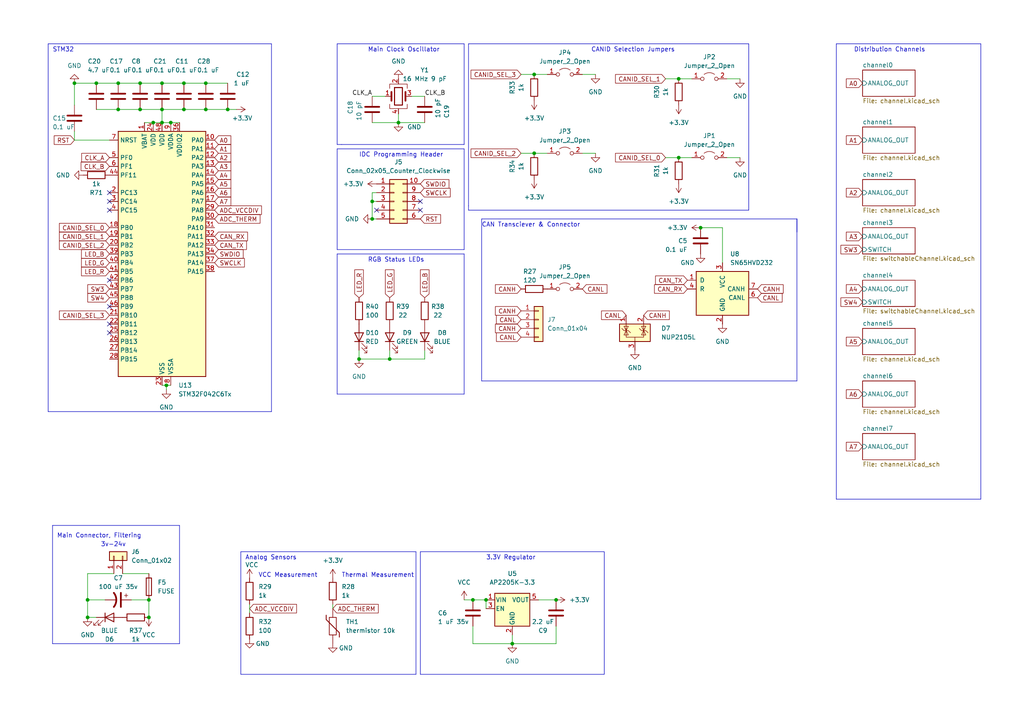
<source format=kicad_sch>
(kicad_sch (version 20230121) (generator eeschema)
  (paper "A4")
  (lib_symbols
    (symbol "Connector_Generic:Conn_01x02" (pin_names (offset 1.016) hide)
      (property "Reference" "J" (at 0 2.54 0))
      (property "Value" "Conn_01x02" (at 0 -5.08 0))
      (symbol "Conn_01x02_1_1"
        (rectangle (start -1.27 -2.413) (end 0 -2.667) (stroke (width 0.1524)))
        (rectangle (start -1.27 0.127) (end 0 -0.127) (stroke (width 0.1524)))
        (rectangle (start -1.27 1.27) (end 1.27 -3.81) (stroke (width 0.254)) (fill (type background)))
        (pin passive line (at -5.08 0 0) (length 3.81) (name "Pin_1") (number "1"))
        (pin passive line (at -5.08 -2.54 0) (length 3.81) (name "Pin_2") (number "2"))
      )
    )
    (symbol "Connector_Generic:Conn_01x04" (pin_names (offset 1.016) hide)
      (property "Reference" "J" (at 0 5.08 0))
      (property "Value" "Conn_01x04" (at 0 -7.62 0))
      (symbol "Conn_01x04_1_1"
        (rectangle (start -1.27 -4.953) (end 0 -5.207) (stroke (width 0.1524)))
        (rectangle (start -1.27 -2.413) (end 0 -2.667) (stroke (width 0.1524)))
        (rectangle (start -1.27 0.127) (end 0 -0.127) (stroke (width 0.1524)))
        (rectangle (start -1.27 2.667) (end 0 2.413) (stroke (width 0.1524)))
        (rectangle (start -1.27 3.81) (end 1.27 -6.35) (stroke (width 0.254)) (fill (type background)))
        (pin passive line (at -5.08 2.54 0) (length 3.81) (name "Pin_1") (number "1"))
        (pin passive line (at -5.08 0 0) (length 3.81) (name "Pin_2") (number "2"))
        (pin passive line (at -5.08 -2.54 0) (length 3.81) (name "Pin_3") (number "3"))
        (pin passive line (at -5.08 -5.08 0) (length 3.81) (name "Pin_4") (number "4"))
      )
    )
    (symbol "Connector_Generic:Conn_02x05_Counter_Clockwise" (pin_names (offset 1.016) hide)
      (property "Reference" "J" (at 1.27 7.62 0))
      (property "Value" "Conn_02x05_Counter_Clockwise" (at 1.27 -7.62 0))
      (symbol "Conn_02x05_Counter_Clockwise_1_1"
        (rectangle (start -1.27 -4.953) (end 0 -5.207) (stroke (width 0.1524)))
        (rectangle (start -1.27 -2.413) (end 0 -2.667) (stroke (width 0.1524)))
        (rectangle (start -1.27 0.127) (end 0 -0.127) (stroke (width 0.1524)))
        (rectangle (start -1.27 2.667) (end 0 2.413) (stroke (width 0.1524)))
        (rectangle (start -1.27 5.207) (end 0 4.953) (stroke (width 0.1524)))
        (rectangle (start -1.27 6.35) (end 3.81 -6.35) (stroke (width 0.254)) (fill (type background)))
        (rectangle (start 3.81 -4.953) (end 2.54 -5.207) (stroke (width 0.1524)))
        (rectangle (start 3.81 -2.413) (end 2.54 -2.667) (stroke (width 0.1524)))
        (rectangle (start 3.81 0.127) (end 2.54 -0.127) (stroke (width 0.1524)))
        (rectangle (start 3.81 2.667) (end 2.54 2.413) (stroke (width 0.1524)))
        (rectangle (start 3.81 5.207) (end 2.54 4.953) (stroke (width 0.1524)))
        (pin passive line (at -5.08 5.08 0) (length 3.81) (name "Pin_1") (number "1"))
        (pin passive line (at 7.62 5.08 180) (length 3.81) (name "Pin_10") (number "10"))
        (pin passive line (at -5.08 2.54 0) (length 3.81) (name "Pin_2") (number "2"))
        (pin passive line (at -5.08 0 0) (length 3.81) (name "Pin_3") (number "3"))
        (pin passive line (at -5.08 -2.54 0) (length 3.81) (name "Pin_4") (number "4"))
        (pin passive line (at -5.08 -5.08 0) (length 3.81) (name "Pin_5") (number "5"))
        (pin passive line (at 7.62 -5.08 180) (length 3.81) (name "Pin_6") (number "6"))
        (pin passive line (at 7.62 -2.54 180) (length 3.81) (name "Pin_7") (number "7"))
        (pin passive line (at 7.62 0 180) (length 3.81) (name "Pin_8") (number "8"))
        (pin passive line (at 7.62 2.54 180) (length 3.81) (name "Pin_9") (number "9"))
      )
    )
    (symbol "Device:C" (pin_numbers hide) (pin_names (offset 0.254))
      (property "Reference" "C" (at 0.635 2.54 0))
      (property "Value" "C" (at 0.635 -2.54 0))
      (symbol "C_0_1"
        (polyline (pts (xy -2.032 -0.762) (xy 2.032 -0.762)) (stroke (width 0.508)))
        (polyline (pts (xy -2.032 0.762) (xy 2.032 0.762)) (stroke (width 0.508)))
      )
      (symbol "C_1_1"
        (pin passive line (at 0 3.81 270) (length 2.794) (name "~") (number "1"))
        (pin passive line (at 0 -3.81 90) (length 2.794) (name "~") (number "2"))
      )
    )
    (symbol "Device:C_Polarized_US" (pin_numbers hide) (pin_names (offset 0.254) hide)
      (property "Reference" "C" (at 0.635 2.54 0))
      (property "Value" "C_Polarized_US" (at 0.635 -2.54 0))
      (symbol "C_Polarized_US_0_1"
        (polyline (pts (xy -2.032 0.762) (xy 2.032 0.762)) (stroke (width 0.508)))
        (polyline (pts (xy -1.778 2.286) (xy -0.762 2.286)))
        (polyline (pts (xy -1.27 1.778) (xy -1.27 2.794)))
        (arc (start 2.032 -1.27) (mid 0 -0.5572) (end -2.032 -1.27) (stroke (width 0.508)))
      )
      (symbol "C_Polarized_US_1_1"
        (pin passive line (at 0 3.81 270) (length 2.794) (name "~") (number "1"))
        (pin passive line (at 0 -3.81 90) (length 3.302) (name "~") (number "2"))
      )
    )
    (symbol "Device:Crystal_GND24" (pin_names (offset 1.016) hide)
      (property "Reference" "Y" (at 3.175 5.08 0))
      (property "Value" "Crystal_GND24" (at 3.175 3.175 0))
      (symbol "Crystal_GND24_0_1"
        (rectangle (start -1.143 2.54) (end 1.143 -2.54) (stroke (width 0.3048)))
        (polyline (pts (xy -2.54 0) (xy -2.032 0)))
        (polyline (pts (xy -2.032 -1.27) (xy -2.032 1.27)) (stroke (width 0.508)))
        (polyline (pts (xy 0 -3.81) (xy 0 -3.556)))
        (polyline (pts (xy 0 3.556) (xy 0 3.81)))
        (polyline (pts (xy 2.032 -1.27) (xy 2.032 1.27)) (stroke (width 0.508)))
        (polyline (pts (xy 2.032 0) (xy 2.54 0)))
        (polyline (pts (xy -2.54 -2.286) (xy -2.54 -3.556) (xy 2.54 -3.556) (xy 2.54 -2.286)))
        (polyline (pts (xy -2.54 2.286) (xy -2.54 3.556) (xy 2.54 3.556) (xy 2.54 2.286)))
      )
      (symbol "Crystal_GND24_1_1"
        (pin passive line (at -3.81 0 0) (length 1.27) (name "1") (number "1"))
        (pin passive line (at 0 5.08 270) (length 1.27) (name "2") (number "2"))
        (pin passive line (at 3.81 0 180) (length 1.27) (name "3") (number "3"))
        (pin passive line (at 0 -5.08 90) (length 1.27) (name "4") (number "4"))
      )
    )
    (symbol "Device:Fuse" (pin_numbers hide) (pin_names (offset 0))
      (property "Reference" "F" (at 2.032 0 90))
      (property "Value" "Fuse" (at -1.905 0 90))
      (symbol "Fuse_0_1"
        (rectangle (start -0.762 -2.54) (end 0.762 2.54) (stroke (width 0.254)))
        (polyline (pts (xy 0 2.54) (xy 0 -2.54)))
      )
      (symbol "Fuse_1_1"
        (pin passive line (at 0 3.81 270) (length 1.27) (name "~") (number "1"))
        (pin passive line (at 0 -3.81 90) (length 1.27) (name "~") (number "2"))
      )
    )
    (symbol "Device:LED" (pin_numbers hide) (pin_names (offset 1.016) hide)
      (property "Reference" "D" (at 0 2.54 0))
      (property "Value" "LED" (at 0 -2.54 0))
      (symbol "LED_0_1"
        (polyline (pts (xy -1.27 -1.27) (xy -1.27 1.27)) (stroke (width 0.254)))
        (polyline (pts (xy -1.27 0) (xy 1.27 0)))
        (polyline (pts (xy 1.27 -1.27) (xy 1.27 1.27) (xy -1.27 0) (xy 1.27 -1.27)) (stroke (width 0.254)))
        (polyline (pts (xy -3.048 -0.762) (xy -4.572 -2.286) (xy -3.81 -2.286) (xy -4.572 -2.286) (xy -4.572 -1.524)))
        (polyline (pts (xy -1.778 -0.762) (xy -3.302 -2.286) (xy -2.54 -2.286) (xy -3.302 -2.286) (xy -3.302 -1.524)))
      )
      (symbol "LED_1_1"
        (pin passive line (at -3.81 0 0) (length 2.54) (name "K") (number "1"))
        (pin passive line (at 3.81 0 180) (length 2.54) (name "A") (number "2"))
      )
    )
    (symbol "Device:R" (pin_numbers hide) (pin_names (offset 0))
      (property "Reference" "R" (at 2.032 0 90))
      (property "Value" "R" (at 0 0 90))
      (symbol "R_0_1"
        (rectangle (start -1.016 -2.54) (end 1.016 2.54) (stroke (width 0.254)))
      )
      (symbol "R_1_1"
        (pin passive line (at 0 3.81 270) (length 1.27) (name "~") (number "1"))
        (pin passive line (at 0 -3.81 90) (length 1.27) (name "~") (number "2"))
      )
    )
    (symbol "Device:Thermistor" (pin_numbers hide) (pin_names (offset 0))
      (property "Reference" "TH" (at 2.54 1.27 90))
      (property "Value" "Thermistor" (at -2.54 0 90))
      (symbol "Thermistor_0_1"
        (rectangle (start -1.016 2.54) (end 1.016 -2.54) (stroke (width 0.2032)))
        (polyline (pts (xy -1.905 3.175) (xy -1.905 1.905) (xy 1.905 -1.905) (xy 1.905 -3.175) (xy 1.905 -3.175)) (stroke (width 0.254)))
      )
      (symbol "Thermistor_1_1"
        (pin passive line (at 0 5.08 270) (length 2.54) (name "~") (number "1"))
        (pin passive line (at 0 -5.08 90) (length 2.54) (name "~") (number "2"))
      )
    )
    (symbol "Interface_CAN_LIN:SN65HVD232" (pin_names (offset 1.016))
      (property "Reference" "U" (at -2.54 10.16 0))
      (property "Value" "SN65HVD232" (at -2.54 7.62 0))
      (symbol "SN65HVD232_0_1"
        (rectangle (start -7.62 5.08) (end 7.62 -7.62) (stroke (width 0.254)) (fill (type background)))
      )
      (symbol "SN65HVD232_1_1"
        (pin input line (at -10.16 2.54 0) (length 2.54) (name "D") (number "1"))
        (pin power_in line (at 0 -10.16 90) (length 2.54) (name "GND") (number "2"))
        (pin power_in line (at 0 7.62 270) (length 2.54) (name "VCC") (number "3"))
        (pin output line (at -10.16 0 0) (length 2.54) (name "R") (number "4"))
        (pin no_connect line (at -7.62 -2.54 0) (length 2.54) hide (name "NC") (number "5"))
        (pin bidirectional line (at 10.16 -2.54 180) (length 2.54) (name "CANL") (number "6"))
        (pin bidirectional line (at 10.16 0 180) (length 2.54) (name "CANH") (number "7"))
        (pin no_connect line (at -7.62 -5.08 0) (length 2.54) hide (name "NC") (number "8"))
      )
    )
    (symbol "Jumper:Jumper_2_Open" (pin_names (offset 0) hide)
      (property "Reference" "JP" (at 0 2.794 0))
      (property "Value" "Jumper_2_Open" (at 0 -2.286 0))
      (symbol "Jumper_2_Open_0_0"
        (circle (center -2.032 0) (radius 0.508))
        (circle (center 2.032 0) (radius 0.508))
      )
      (symbol "Jumper_2_Open_0_1"
        (arc (start 1.524 1.27) (mid 0 1.778) (end -1.524 1.27))
      )
      (symbol "Jumper_2_Open_1_1"
        (pin passive line (at -5.08 0 0) (length 2.54) (name "A") (number "1"))
        (pin passive line (at 5.08 0 180) (length 2.54) (name "B") (number "2"))
      )
    )
    (symbol "MCU_ST_STM32F0:STM32F042C6Tx"
      (property "Reference" "U" (at -12.7 36.83 0))
      (property "Value" "STM32F042C6Tx" (at 7.62 36.83 0))
      (symbol "STM32F042C6Tx_0_1"
        (rectangle (start -12.7 -35.56) (end 12.7 35.56) (stroke (width 0.254)) (fill (type background)))
      )
      (symbol "STM32F042C6Tx_1_1"
        (pin power_in line (at -5.08 38.1 270) (length 2.54) (name "VBAT") (number "1"))
        (pin bidirectional line (at 15.24 33.02 180) (length 2.54) (name "PA0") (number "10"))
        (pin bidirectional line (at 15.24 30.48 180) (length 2.54) (name "PA1") (number "11"))
        (pin bidirectional line (at 15.24 27.94 180) (length 2.54) (name "PA2") (number "12"))
        (pin bidirectional line (at 15.24 25.4 180) (length 2.54) (name "PA3") (number "13"))
        (pin bidirectional line (at 15.24 22.86 180) (length 2.54) (name "PA4") (number "14"))
        (pin bidirectional line (at 15.24 20.32 180) (length 2.54) (name "PA5") (number "15"))
        (pin bidirectional line (at 15.24 17.78 180) (length 2.54) (name "PA6") (number "16"))
        (pin bidirectional line (at 15.24 15.24 180) (length 2.54) (name "PA7") (number "17"))
        (pin bidirectional line (at -15.24 7.62 0) (length 2.54) (name "PB0") (number "18"))
        (pin bidirectional line (at -15.24 5.08 0) (length 2.54) (name "PB1") (number "19"))
        (pin bidirectional line (at -15.24 17.78 0) (length 2.54) (name "PC13") (number "2"))
        (pin bidirectional line (at -15.24 2.54 0) (length 2.54) (name "PB2") (number "20"))
        (pin bidirectional line (at -15.24 -17.78 0) (length 2.54) (name "PB10") (number "21"))
        (pin bidirectional line (at -15.24 -20.32 0) (length 2.54) (name "PB11") (number "22"))
        (pin power_in line (at 0 -38.1 90) (length 2.54) (name "VSS") (number "23"))
        (pin power_in line (at -2.54 38.1 270) (length 2.54) (name "VDD") (number "24"))
        (pin bidirectional line (at -15.24 -22.86 0) (length 2.54) (name "PB12") (number "25"))
        (pin bidirectional line (at -15.24 -25.4 0) (length 2.54) (name "PB13") (number "26"))
        (pin bidirectional line (at -15.24 -27.94 0) (length 2.54) (name "PB14") (number "27"))
        (pin bidirectional line (at -15.24 -30.48 0) (length 2.54) (name "PB15") (number "28"))
        (pin bidirectional line (at 15.24 12.7 180) (length 2.54) (name "PA8") (number "29"))
        (pin bidirectional line (at -15.24 15.24 0) (length 2.54) (name "PC14") (number "3"))
        (pin bidirectional line (at 15.24 10.16 180) (length 2.54) (name "PA9") (number "30"))
        (pin bidirectional line (at 15.24 7.62 180) (length 2.54) (name "PA10") (number "31"))
        (pin bidirectional line (at 15.24 5.08 180) (length 2.54) (name "PA11") (number "32"))
        (pin bidirectional line (at 15.24 2.54 180) (length 2.54) (name "PA12") (number "33"))
        (pin bidirectional line (at 15.24 0 180) (length 2.54) (name "PA13") (number "34"))
        (pin passive line (at 0 -38.1 90) (length 2.54) hide (name "VSS") (number "35"))
        (pin power_in line (at 5.08 38.1 270) (length 2.54) (name "VDDIO2") (number "36"))
        (pin bidirectional line (at 15.24 -2.54 180) (length 2.54) (name "PA14") (number "37"))
        (pin bidirectional line (at 15.24 -5.08 180) (length 2.54) (name "PA15") (number "38"))
        (pin bidirectional line (at -15.24 0 0) (length 2.54) (name "PB3") (number "39"))
        (pin bidirectional line (at -15.24 12.7 0) (length 2.54) (name "PC15") (number "4"))
        (pin bidirectional line (at -15.24 -2.54 0) (length 2.54) (name "PB4") (number "40"))
        (pin bidirectional line (at -15.24 -5.08 0) (length 2.54) (name "PB5") (number "41"))
        (pin bidirectional line (at -15.24 -7.62 0) (length 2.54) (name "PB6") (number "42"))
        (pin bidirectional line (at -15.24 -10.16 0) (length 2.54) (name "PB7") (number "43"))
        (pin bidirectional line (at -15.24 22.86 0) (length 2.54) (name "PF11") (number "44"))
        (pin bidirectional line (at -15.24 -12.7 0) (length 2.54) (name "PB8") (number "45"))
        (pin bidirectional line (at -15.24 -15.24 0) (length 2.54) (name "PB9") (number "46"))
        (pin passive line (at 0 -38.1 90) (length 2.54) hide (name "VSS") (number "47"))
        (pin power_in line (at 0 38.1 270) (length 2.54) (name "VDD") (number "48"))
        (pin bidirectional line (at -15.24 27.94 0) (length 2.54) (name "PF0") (number "5"))
        (pin bidirectional line (at -15.24 25.4 0) (length 2.54) (name "PF1") (number "6"))
        (pin input line (at -15.24 33.02 0) (length 2.54) (name "NRST") (number "7"))
        (pin power_in line (at 2.54 -38.1 90) (length 2.54) (name "VSSA") (number "8"))
        (pin power_in line (at 2.54 38.1 270) (length 2.54) (name "VDDA") (number "9"))
      )
    )
    (symbol "Power_Protection:NUP2105L" (pin_names hide)
      (property "Reference" "D" (at 5.715 2.54 0))
      (property "Value" "NUP2105L" (at 5.715 0.635 0))
      (symbol "NUP2105L_0_0"
        (pin passive line (at 0 -5.08 90) (length 2.54) (name "A") (number "3"))
      )
      (symbol "NUP2105L_0_1"
        (rectangle (start -4.445 2.54) (end 4.445 -2.54) (stroke (width 0.254)) (fill (type background)))
        (polyline (pts (xy -2.54 2.54) (xy -2.54 0.635)))
        (polyline (pts (xy 0 -1.27) (xy 0 -2.54)))
        (polyline (pts (xy 2.54 2.54) (xy 2.54 0.635)))
        (polyline (pts (xy -3.81 1.27) (xy -3.175 0.635) (xy -1.905 0.635) (xy -1.27 0)))
        (polyline (pts (xy -2.54 0.635) (xy -2.54 -1.27) (xy 2.54 -1.27) (xy 2.54 0.635)))
        (polyline (pts (xy -2.54 0.635) (xy -1.905 -0.635) (xy -3.175 -0.635) (xy -2.54 0.635)))
        (polyline (pts (xy 2.54 0.635) (xy 1.905 -0.635) (xy 3.175 -0.635) (xy 2.54 0.635)))
        (polyline (pts (xy 2.54 0.635) (xy 3.175 1.905) (xy 1.905 1.905) (xy 2.54 0.635)))
        (polyline (pts (xy -2.54 0.635) (xy -3.175 1.905) (xy -1.905 1.905) (xy -2.54 0.635) (xy -2.54 1.27)))
        (polyline (pts (xy 1.27 1.27) (xy 1.905 0.635) (xy 2.54 0.635) (xy 3.175 0.635) (xy 3.81 0)))
      )
      (symbol "NUP2105L_1_1"
        (pin passive line (at -2.54 5.08 270) (length 2.54) (name "K") (number "1"))
        (pin passive line (at 2.54 5.08 270) (length 2.54) (name "K") (number "2"))
      )
    )
    (symbol "Regulator_Linear:AP2204K-3.3" (pin_names (offset 0.254))
      (property "Reference" "U" (at -5.08 5.715 0))
      (property "Value" "AP2204K-3.3" (at 0 5.715 0))
      (symbol "AP2204K-3.3_0_1"
        (rectangle (start -5.08 4.445) (end 5.08 -5.08) (stroke (width 0.254)) (fill (type background)))
      )
      (symbol "AP2204K-3.3_1_1"
        (pin power_in line (at -7.62 2.54 0) (length 2.54) (name "VIN") (number "1"))
        (pin power_in line (at 0 -7.62 90) (length 2.54) (name "GND") (number "2"))
        (pin input line (at -7.62 0 0) (length 2.54) (name "EN") (number "3"))
        (pin no_connect line (at 5.08 0 180) (length 2.54) hide (name "NC") (number "4"))
        (pin power_out line (at 7.62 2.54 180) (length 2.54) (name "VOUT") (number "5"))
      )
    )
    (symbol "power:+3.3V" (power) (pin_names (offset 0))
      (property "Value" "+3.3V" (at 0 3.556 0))
      (symbol "+3.3V_0_1"
        (polyline (pts (xy -0.762 1.27) (xy 0 2.54)))
        (polyline (pts (xy 0 0) (xy 0 2.54)))
        (polyline (pts (xy 0 2.54) (xy 0.762 1.27)))
      )
      (symbol "+3.3V_1_1"
        (pin power_in line (at 0 0 90) (length 0) hide (name "+3.3V") (number "1"))
      )
    )
    (symbol "power:GND" (power) (pin_names (offset 0))
      (property "Value" "GND" (at 0 -3.81 0))
      (symbol "GND_0_1"
        (polyline (pts (xy 0 0) (xy 0 -1.27) (xy 1.27 -1.27) (xy 0 -2.54) (xy -1.27 -1.27) (xy 0 -1.27)))
      )
      (symbol "GND_1_1"
        (pin power_in line (at 0 0 270) (length 0) hide (name "GND") (number "1"))
      )
    )
    (symbol "power:VCC" (power) (pin_names (offset 0))
      (property "Value" "VCC" (at 0 3.81 0))
      (symbol "VCC_0_1"
        (polyline (pts (xy -0.762 1.27) (xy 0 2.54)))
        (polyline (pts (xy 0 0) (xy 0 2.54)))
        (polyline (pts (xy 0 2.54) (xy 0.762 1.27)))
      )
      (symbol "VCC_1_1"
        (pin power_in line (at 0 0 90) (length 0) hide (name "VCC") (number "1"))
      )
    )
  )
  (junction (at 43.18 173.99))
  (junction (at 48.26 111.76))
  (junction (at 25.4 173.99))
  (junction (at 140.97 173.99))
  (junction (at 107.95 63.5))
  (junction (at 154.94 44.45))
  (junction (at 21.59 24.13))
  (junction (at 46.99 31.75))
  (junction (at 53.34 31.75))
  (junction (at 154.94 21.59))
  (junction (at 49.53 35.56))
  (junction (at 27.94 24.13))
  (junction (at 203.2 66.04))
  (junction (at 115.57 35.56))
  (junction (at 59.69 31.75))
  (junction (at 40.64 31.75))
  (junction (at 46.99 35.56))
  (junction (at 34.29 31.75))
  (junction (at 137.16 173.99))
  (junction (at 161.29 173.99))
  (junction (at 196.85 22.86))
  (junction (at 40.64 24.13))
  (junction (at 25.4 179.07))
  (junction (at 53.34 24.13))
  (junction (at 66.04 31.75))
  (junction (at 44.45 35.56))
  (junction (at 196.85 45.72))
  (junction (at 148.59 186.69))
  (junction (at 43.18 179.07))
  (junction (at 107.95 58.42))
  (junction (at 59.69 24.13))
  (junction (at 104.14 104.14))
  (junction (at 46.99 24.13))
  (junction (at 34.29 24.13))
  (junction (at 113.03 104.14))
  (no_connect (at 31.75 55.88))
  (no_connect (at 121.92 58.42))
  (no_connect (at 109.22 60.96))
  (no_connect (at 121.92 60.96))
  (no_connect (at 31.75 81.28))
  (no_connect (at 31.75 96.52))
  (no_connect (at 31.75 88.9))
  (no_connect (at 31.75 93.98))
  (no_connect (at 31.75 58.42))
  (no_connect (at 31.75 60.96))
  (polyline (pts (xy 97.79 72.39) (xy 134.62 72.39)))
  (wire (pts (xy 21.59 40.64) (xy 31.75 40.64)))
  (wire (pts (xy 109.22 55.88) (xy 107.95 55.88)))
  (polyline (pts (xy 97.79 41.91) (xy 99.06 41.91)))
  (wire (pts (xy 49.53 35.56) (xy 52.07 35.56)))
  (wire (pts (xy 210.82 45.72) (xy 214.63 45.72)))
  (wire (pts (xy 48.26 111.76) (xy 48.26 113.03)))
  (wire (pts (xy 25.4 166.37) (xy 33.02 166.37)))
  (polyline (pts (xy 52.07 152.4) (xy 15.24 152.4)))
  (wire (pts (xy 210.82 22.86) (xy 214.63 22.86)))
  (wire (pts (xy 46.99 31.75) (xy 40.64 31.75)))
  (wire (pts (xy 30.48 173.99) (xy 25.4 173.99)))
  (polyline (pts (xy 69.85 195.58) (xy 120.65 195.58)))
  (wire (pts (xy 43.18 173.99) (xy 43.18 179.07)))
  (polyline (pts (xy 134.62 41.91) (xy 134.62 12.7)))
  (polyline (pts (xy 15.24 152.4) (xy 15.24 186.69)))
  (wire (pts (xy 137.16 173.99) (xy 140.97 173.99)))
  (polyline (pts (xy 97.79 12.7) (xy 97.79 41.91)))
  (polyline (pts (xy 134.62 73.66) (xy 97.79 73.66)))
  (wire (pts (xy 115.57 35.56) (xy 123.19 35.56)))
  (wire (pts (xy 104.14 104.14) (xy 113.03 104.14)))
  (wire (pts (xy 59.69 24.13) (xy 66.04 24.13)))
  (wire (pts (xy 40.64 31.75) (xy 34.29 31.75)))
  (wire (pts (xy 193.04 45.72) (xy 196.85 45.72)))
  (polyline (pts (xy 134.62 12.7) (xy 97.79 12.7)))
  (wire (pts (xy 168.91 44.45) (xy 172.72 44.45)))
  (wire (pts (xy 35.56 166.37) (xy 43.18 166.37)))
  (polyline (pts (xy 97.79 73.66) (xy 97.79 114.3)))
  (wire (pts (xy 119.38 27.94) (xy 123.19 27.94)))
  (wire (pts (xy 53.34 31.75) (xy 46.99 31.75)))
  (polyline (pts (xy 52.07 186.69) (xy 52.07 152.4)))
  (wire (pts (xy 104.14 104.14) (xy 104.14 101.6)))
  (polyline (pts (xy 121.92 195.58) (xy 175.26 195.58)))
  (polyline (pts (xy 13.97 119.38) (xy 78.74 119.38)))
  (polyline (pts (xy 217.17 60.96) (xy 135.89 60.96)))
  (wire (pts (xy 107.95 27.94) (xy 111.76 27.94)))
  (wire (pts (xy 154.94 21.59) (xy 158.75 21.59)))
  (wire (pts (xy 148.59 184.15) (xy 148.59 186.69)))
  (wire (pts (xy 151.13 21.59) (xy 154.94 21.59)))
  (polyline (pts (xy 13.97 12.7) (xy 13.97 119.38)))
  (polyline (pts (xy 15.24 186.69) (xy 52.07 186.69)))
  (wire (pts (xy 193.04 22.86) (xy 196.85 22.86)))
  (wire (pts (xy 107.95 35.56) (xy 115.57 35.56)))
  (wire (pts (xy 43.18 173.99) (xy 38.1 173.99)))
  (wire (pts (xy 25.4 179.07) (xy 27.94 179.07)))
  (polyline (pts (xy 175.26 195.58) (xy 175.26 160.02)))
  (wire (pts (xy 53.34 24.13) (xy 59.69 24.13)))
  (wire (pts (xy 209.55 76.2) (xy 209.55 66.04)))
  (wire (pts (xy 113.03 104.14) (xy 123.19 104.14)))
  (wire (pts (xy 113.03 101.6) (xy 113.03 104.14)))
  (wire (pts (xy 25.4 166.37) (xy 25.4 173.99)))
  (polyline (pts (xy 134.62 114.3) (xy 134.62 73.66)))
  (polyline (pts (xy 135.89 59.69) (xy 135.89 12.7)))
  (wire (pts (xy 40.64 24.13) (xy 46.99 24.13)))
  (polyline (pts (xy 134.62 72.39) (xy 134.62 43.18)))
  (wire (pts (xy 168.91 21.59) (xy 172.72 21.59)))
  (wire (pts (xy 137.16 181.61) (xy 137.16 186.69)))
  (polyline (pts (xy 175.26 160.02) (xy 121.92 160.02)))
  (wire (pts (xy 25.4 173.99) (xy 25.4 179.07)))
  (polyline (pts (xy 121.92 160.02) (xy 121.92 195.58)))
  (polyline (pts (xy 120.65 195.58) (xy 120.65 160.02)))
  (wire (pts (xy 46.99 31.75) (xy 46.99 35.56)))
  (polyline (pts (xy 284.48 12.7) (xy 242.57 12.7)))
  (polyline (pts (xy 139.7 110.49) (xy 231.14 110.49)))
  (wire (pts (xy 44.45 35.56) (xy 46.99 35.56)))
  (wire (pts (xy 134.62 173.99) (xy 137.16 173.99)))
  (wire (pts (xy 196.85 45.72) (xy 200.66 45.72)))
  (polyline (pts (xy 69.85 160.02) (xy 69.85 195.58)))
  (polyline (pts (xy 242.57 144.78) (xy 284.48 144.78)))
  (wire (pts (xy 151.13 44.45) (xy 154.94 44.45)))
  (wire (pts (xy 161.29 186.69) (xy 161.29 181.61)))
  (wire (pts (xy 53.34 31.75) (xy 59.69 31.75)))
  (polyline (pts (xy 97.79 114.3) (xy 134.62 114.3)))
  (polyline (pts (xy 242.57 12.7) (xy 242.57 144.78)))
  (wire (pts (xy 196.85 22.86) (xy 200.66 22.86)))
  (wire (pts (xy 96.52 175.26) (xy 96.52 176.53)))
  (polyline (pts (xy 231.14 63.5) (xy 139.7 63.5)))
  (polyline (pts (xy 97.79 43.18) (xy 97.79 72.39)))
  (wire (pts (xy 154.94 44.45) (xy 158.75 44.45)))
  (polyline (pts (xy 139.7 63.5) (xy 139.7 110.49)))
  (wire (pts (xy 72.39 175.26) (xy 72.39 177.8)))
  (polyline (pts (xy 231.14 110.49) (xy 231.14 63.5)))
  (polyline (pts (xy 231.14 63.5) (xy 231.14 67.31)))
  (wire (pts (xy 21.59 38.1) (xy 21.59 40.64)))
  (wire (pts (xy 148.59 186.69) (xy 161.29 186.69)))
  (wire (pts (xy 209.55 66.04) (xy 203.2 66.04)))
  (wire (pts (xy 27.94 31.75) (xy 34.29 31.75)))
  (wire (pts (xy 59.69 31.75) (xy 66.04 31.75)))
  (wire (pts (xy 107.95 58.42) (xy 107.95 63.5)))
  (wire (pts (xy 123.19 104.14) (xy 123.19 101.6)))
  (wire (pts (xy 27.94 24.13) (xy 34.29 24.13)))
  (wire (pts (xy 115.57 35.56) (xy 115.57 33.02)))
  (polyline (pts (xy 13.97 12.7) (xy 78.74 12.7)))
  (wire (pts (xy 107.95 55.88) (xy 107.95 58.42)))
  (polyline (pts (xy 135.89 12.7) (xy 217.17 12.7)))
  (wire (pts (xy 137.16 186.69) (xy 148.59 186.69)))
  (wire (pts (xy 46.99 35.56) (xy 49.53 35.56)))
  (polyline (pts (xy 134.62 43.18) (xy 97.79 43.18)))
  (wire (pts (xy 34.29 24.13) (xy 40.64 24.13)))
  (wire (pts (xy 41.91 35.56) (xy 44.45 35.56)))
  (wire (pts (xy 21.59 24.13) (xy 27.94 24.13)))
  (wire (pts (xy 140.97 173.99) (xy 140.97 176.53)))
  (wire (pts (xy 46.99 24.13) (xy 53.34 24.13)))
  (wire (pts (xy 68.58 31.75) (xy 66.04 31.75)))
  (wire (pts (xy 107.95 63.5) (xy 109.22 63.5)))
  (polyline (pts (xy 284.48 144.78) (xy 284.48 12.7)))
  (wire (pts (xy 48.26 111.76) (xy 49.53 111.76)))
  (wire (pts (xy 21.59 24.13) (xy 21.59 30.48)))
  (wire (pts (xy 156.21 173.99) (xy 161.29 173.99)))
  (polyline (pts (xy 135.89 59.69) (xy 135.89 60.96)))
  (polyline (pts (xy 78.74 119.38) (xy 78.74 12.7)))
  (polyline (pts (xy 120.65 160.02) (xy 69.85 160.02)))
  (polyline (pts (xy 217.17 12.7) (xy 217.17 60.96)))
  (polyline (pts (xy 99.06 41.91) (xy 134.62 41.91)))
  (wire (pts (xy 46.99 111.76) (xy 48.26 111.76)))
  (wire (pts (xy 107.95 58.42) (xy 109.22 58.42)))
  (text "RGB Status LEDs" (at 106.68 76.2 0) (effects (font (size 1.27 1.27)) (justify left bottom)))
  (text "IDC Programming Header" (at 104.14 45.72 0) (effects (font (size 1.27 1.27)) (justify left bottom)))
  (text "3v-24v" (at 29.21 158.75 0) (effects (font (size 1.27 1.27)) (justify left bottom)))
  (text "Main Connector, Filtering" (at 16.51 156.21 0) (effects (font (size 1.27 1.27)) (justify left bottom)))
  (text "Thermal Measurement" (at 99.06 167.64 0) (effects (font (size 1.27 1.27)) (justify left bottom)))
  (text "Main Clock Oscillator" (at 106.68 15.24 0) (effects (font (size 1.27 1.27)) (justify left bottom)))
  (text "CAN Transciever & Connector" (at 139.7 66.04 0) (effects (font (size 1.27 1.27)) (justify left bottom)))
  (text "Analog Sensors" (at 71.12 162.56 0) (effects (font (size 1.27 1.27)) (justify left bottom)))
  (text "STM32" (at 15.24 15.24 0) (effects (font (size 1.27 1.27)) (justify left bottom)))
  (text "VCC Measurement" (at 74.93 167.64 0) (effects (font (size 1.27 1.27)) (justify left bottom)))
  (text "Distribution Channels" (at 247.65 15.24 0) (effects (font (size 1.27 1.27)) (justify left bottom)))
  (text "CANID Selection Jumpers" (at 171.45 15.24 0) (effects (font (size 1.27 1.27)) (justify left bottom)))
  (text "3.3V Regulator" (at 140.97 162.56 0) (effects (font (size 1.27 1.27)) (justify left bottom)))
  (label "CLK_A" (at 107.95 27.94 180))
  (label "CLK_B" (at 123.19 27.94 0))
  (global_label "A0" (shape input) (at 250.19 24.13 180) (property "Intersheetrefs" "${INTERSHEET_REFS}" (effects hide)))
  (global_label "CANID_SEL_1" (shape input) (at 193.04 22.86 180) (property "Intersheetrefs" "${INTERSHEET_REFS}" (effects hide)))
  (global_label "A4" (shape input) (at 250.19 83.82 180) (property "Intersheetrefs" "${INTERSHEET_REFS}" (effects hide)))
  (global_label "LED_B" (shape input) (at 123.19 86.36 90) (property "Intersheetrefs" "${INTERSHEET_REFS}" (effects hide)))
  (global_label "CLK_A" (shape input) (at 31.75 45.72 180) (property "Intersheetrefs" "${INTERSHEET_REFS}" (effects hide)))
  (global_label "A6" (shape input) (at 250.19 114.3 180) (property "Intersheetrefs" "${INTERSHEET_REFS}" (effects hide)))
  (global_label "CANL" (shape input) (at 181.61 91.44 180) (property "Intersheetrefs" "${INTERSHEET_REFS}" (effects hide)))
  (global_label "CANID_SEL_0" (shape input) (at 31.75 66.04 180) (property "Intersheetrefs" "${INTERSHEET_REFS}" (effects hide)))
  (global_label "A1" (shape input) (at 250.19 40.64 180) (property "Intersheetrefs" "${INTERSHEET_REFS}" (effects hide)))
  (global_label "CANID_SEL_2" (shape input) (at 31.75 71.12 180) (property "Intersheetrefs" "${INTERSHEET_REFS}" (effects hide)))
  (global_label "LED_G" (shape input) (at 31.75 76.2 180) (property "Intersheetrefs" "${INTERSHEET_REFS}" (effects hide)))
  (global_label "SWDIO" (shape input) (at 62.23 73.66 0) (property "Intersheetrefs" "${INTERSHEET_REFS}" (effects hide)))
  (global_label "A3" (shape input) (at 250.19 68.58 180) (property "Intersheetrefs" "${INTERSHEET_REFS}" (effects hide)))
  (global_label "A7" (shape input) (at 250.19 129.54 180) (property "Intersheetrefs" "${INTERSHEET_REFS}" (effects hide)))
  (global_label "CANID_SEL_3" (shape input) (at 151.13 21.59 180) (property "Intersheetrefs" "${INTERSHEET_REFS}" (effects hide)))
  (global_label "CAN_RX" (shape input) (at 62.23 68.58 0) (property "Intersheetrefs" "${INTERSHEET_REFS}" (effects hide)))
  (global_label "CANH" (shape input) (at 151.13 83.82 180) (property "Intersheetrefs" "${INTERSHEET_REFS}" (effects hide)))
  (global_label "SW3" (shape input) (at 250.19 72.39 180) (property "Intersheetrefs" "${INTERSHEET_REFS}" (effects hide)))
  (global_label "SWCLK" (shape input) (at 121.92 55.88 0) (property "Intersheetrefs" "${INTERSHEET_REFS}" (effects hide)))
  (global_label "CANL" (shape input) (at 151.13 92.71 180) (property "Intersheetrefs" "${INTERSHEET_REFS}" (effects hide)))
  (global_label "CANL" (shape input) (at 168.91 83.82 0) (property "Intersheetrefs" "${INTERSHEET_REFS}" (effects hide)))
  (global_label "A5" (shape input) (at 62.23 53.34 0) (property "Intersheetrefs" "${INTERSHEET_REFS}" (effects hide)))
  (global_label "A1" (shape input) (at 62.23 43.18 0) (property "Intersheetrefs" "${INTERSHEET_REFS}" (effects hide)))
  (global_label "ADC_VCCDIV" (shape input) (at 62.23 60.96 0) (property "Intersheetrefs" "${INTERSHEET_REFS}" (effects hide)))
  (global_label "RST" (shape input) (at 21.59 40.64 180) (property "Intersheetrefs" "${INTERSHEET_REFS}" (effects hide)))
  (global_label "CANL" (shape input) (at 219.71 86.36 0) (property "Intersheetrefs" "${INTERSHEET_REFS}" (effects hide)))
  (global_label "CANID_SEL_0" (shape input) (at 193.04 45.72 180) (property "Intersheetrefs" "${INTERSHEET_REFS}" (effects hide)))
  (global_label "CANH" (shape input) (at 219.71 83.82 0) (property "Intersheetrefs" "${INTERSHEET_REFS}" (effects hide)))
  (global_label "A4" (shape input) (at 62.23 50.8 0) (property "Intersheetrefs" "${INTERSHEET_REFS}" (effects hide)))
  (global_label "CANH" (shape input) (at 151.13 90.17 180) (property "Intersheetrefs" "${INTERSHEET_REFS}" (effects hide)))
  (global_label "LED_R" (shape input) (at 31.75 78.74 180) (property "Intersheetrefs" "${INTERSHEET_REFS}" (effects hide)))
  (global_label "A2" (shape input) (at 62.23 45.72 0) (property "Intersheetrefs" "${INTERSHEET_REFS}" (effects hide)))
  (global_label "CANID_SEL_1" (shape input) (at 31.75 68.58 180) (property "Intersheetrefs" "${INTERSHEET_REFS}" (effects hide)))
  (global_label "CANID_SEL_3" (shape input) (at 31.75 91.44 180) (property "Intersheetrefs" "${INTERSHEET_REFS}" (effects hide)))
  (global_label "RST" (shape input) (at 121.92 63.5 0) (property "Intersheetrefs" "${INTERSHEET_REFS}" (effects hide)))
  (global_label "A0" (shape input) (at 62.23 40.64 0) (property "Intersheetrefs" "${INTERSHEET_REFS}" (effects hide)))
  (global_label "CAN_RX" (shape input) (at 199.39 83.82 180) (property "Intersheetrefs" "${INTERSHEET_REFS}" (effects hide)))
  (global_label "A6" (shape input) (at 62.23 55.88 0) (property "Intersheetrefs" "${INTERSHEET_REFS}" (effects hide)))
  (global_label "CANH" (shape input) (at 151.13 95.25 180) (property "Intersheetrefs" "${INTERSHEET_REFS}" (effects hide)))
  (global_label "ADC_VCCDIV" (shape input) (at 72.39 176.53 0) (property "Intersheetrefs" "${INTERSHEET_REFS}" (effects hide)))
  (global_label "LED_G" (shape input) (at 113.03 86.36 90) (property "Intersheetrefs" "${INTERSHEET_REFS}" (effects hide)))
  (global_label "CAN_TX" (shape input) (at 199.39 81.28 180) (property "Intersheetrefs" "${INTERSHEET_REFS}" (effects hide)))
  (global_label "CLK_B" (shape input) (at 31.75 48.26 180) (property "Intersheetrefs" "${INTERSHEET_REFS}" (effects hide)))
  (global_label "SW4" (shape input) (at 31.75 86.36 180) (property "Intersheetrefs" "${INTERSHEET_REFS}" (effects hide)))
  (global_label "LED_B" (shape input) (at 31.75 73.66 180) (property "Intersheetrefs" "${INTERSHEET_REFS}" (effects hide)))
  (global_label "SW4" (shape input) (at 250.19 87.63 180) (property "Intersheetrefs" "${INTERSHEET_REFS}" (effects hide)))
  (global_label "SWCLK" (shape input) (at 62.23 76.2 0) (property "Intersheetrefs" "${INTERSHEET_REFS}" (effects hide)))
  (global_label "CANH" (shape input) (at 186.69 91.44 0) (property "Intersheetrefs" "${INTERSHEET_REFS}" (effects hide)))
  (global_label "LED_R" (shape input) (at 104.14 86.36 90) (property "Intersheetrefs" "${INTERSHEET_REFS}" (effects hide)))
  (global_label "CAN_TX" (shape input) (at 62.23 71.12 0) (property "Intersheetrefs" "${INTERSHEET_REFS}" (effects hide)))
  (global_label "CANID_SEL_2" (shape input) (at 151.13 44.45 180) (property "Intersheetrefs" "${INTERSHEET_REFS}" (effects hide)))
  (global_label "ADC_THERM" (shape input) (at 96.52 176.53 0) (property "Intersheetrefs" "${INTERSHEET_REFS}" (effects hide)))
  (global_label "SW3" (shape input) (at 31.75 83.82 180) (property "Intersheetrefs" "${INTERSHEET_REFS}" (effects hide)))
  (global_label "CANL" (shape input) (at 151.13 97.79 180) (property "Intersheetrefs" "${INTERSHEET_REFS}" (effects hide)))
  (global_label "SWDIO" (shape input) (at 121.92 53.34 0) (property "Intersheetrefs" "${INTERSHEET_REFS}" (effects hide)))
  (global_label "ADC_THERM" (shape input) (at 62.23 63.5 0) (property "Intersheetrefs" "${INTERSHEET_REFS}" (effects hide)))
  (global_label "A3" (shape input) (at 62.23 48.26 0) (property "Intersheetrefs" "${INTERSHEET_REFS}" (effects hide)))
  (global_label "A5" (shape input) (at 250.19 99.06 180) (property "Intersheetrefs" "${INTERSHEET_REFS}" (effects hide)))
  (global_label "A2" (shape input) (at 250.19 55.88 180) (property "Intersheetrefs" "${INTERSHEET_REFS}" (effects hide)))
  (global_label "A7" (shape input) (at 62.23 58.42 0) (property "Intersheetrefs" "${INTERSHEET_REFS}" (effects hide)))
  (symbol (lib_id "Device:R") (at 113.03 90.17 0) (unit 1)
    (property "Reference" "R39" (at 116.84 88.9 0))
    (property "Value" "22" (at 116.84 91.44 0))
    (property "Footprint" "Resistor_SMD:R_0402_1005Metric" (effects hide))
  )
  (symbol (lib_id "Device:C") (at 137.16 177.8 0) (unit 1)
    (property "Reference" "C6" (at 127 177.8 0) (effects (justify left)))
    (property "Value" "1 uF 35v" (at 127 180.34 0) (effects (justify left)))
    (property "Footprint" "Capacitor_SMD:C_0603_1608Metric" (effects hide))
  )
  (symbol (lib_id "power:+3.3V") (at 154.94 52.07 180) (unit 1)
    (property "Reference" "#PWR05" (effects hide))
    (property "Value" "+3.3V" (at 154.94 57.15 0))
  )
  (symbol (lib_id "power:GND") (at 115.57 22.86 180) (unit 1)
    (property "Reference" "#PWR020" (effects hide))
    (property "Value" "GND" (at 115.57 17.78 0))
  )
  (symbol (lib_id "Device:R") (at 104.14 90.17 0) (unit 1)
    (property "Reference" "R40" (at 107.95 88.9 0))
    (property "Value" "100" (at 107.95 91.44 0))
    (property "Footprint" "Resistor_SMD:R_0402_1005Metric" (effects hide))
  )
  (symbol (lib_id "power:GND") (at 107.95 63.5 270) (unit 1)
    (property "Reference" "#PWR0103" (effects hide))
    (property "Value" "GND" (at 104.14 63.4999 90) (effects (justify right)))
  )
  (symbol (lib_id "Jumper:Jumper_2_Open") (at 163.83 21.59 0) (unit 1)
    (property "Reference" "JP4" (at 163.83 15.24 0))
    (property "Value" "Jumper_2_Open" (at 163.83 17.78 0))
    (property "Footprint" "Jumper:SolderJumper-2_P1.3mm_Open_TrianglePad1.0x1.5mm" (effects hide))
  )
  (symbol (lib_id "power:GND") (at 25.4 179.07 0) (unit 1)
    (property "Reference" "#PWR029" (effects hide))
    (property "Value" "GND" (at 25.4 184.15 0))
  )
  (symbol (lib_id "Device:C") (at 59.69 27.94 0) (unit 1)
    (property "Reference" "C28" (at 57.15 17.78 0) (effects (justify left)))
    (property "Value" "0.1 uF" (at 57.15 20.32 0) (effects (justify left)))
    (property "Footprint" "Capacitor_SMD:C_0402_1005Metric" (effects hide))
  )
  (symbol (lib_id "power:GND") (at 115.57 35.56 0) (unit 1)
    (property "Reference" "#PWR021" (effects hide))
    (property "Value" "GND" (at 118.11 36.8299 0) (effects (justify left)))
  )
  (symbol (lib_id "Device:C") (at 66.04 27.94 180) (unit 1)
    (property "Reference" "C12" (at 72.39 21.59 0) (effects (justify left)))
    (property "Value" "1 uF" (at 72.39 24.13 0) (effects (justify left)))
    (property "Footprint" "Capacitor_SMD:C_0603_1608Metric" (effects hide))
  )
  (symbol (lib_id "power:VCC") (at 134.62 173.99 0) (unit 1)
    (property "Reference" "#PWR047" (effects hide))
    (property "Value" "VCC" (at 134.62 168.91 0))
  )
  (symbol (lib_id "Device:R") (at 72.39 171.45 0) (unit 1)
    (property "Reference" "R29" (at 74.93 170.1799 0) (effects (justify left)))
    (property "Value" "1k" (at 74.93 172.7199 0) (effects (justify left)))
    (property "Footprint" "Resistor_SMD:R_0402_1005Metric" (effects hide))
  )
  (symbol (lib_id "power:+3.3V") (at 161.29 173.99 270) (unit 1)
    (property "Reference" "#PWR018" (effects hide))
    (property "Value" "+3.3V" (at 165.1 173.9899 90) (effects (justify left)))
  )
  (symbol (lib_id "Device:Thermistor") (at 96.52 181.61 0) (unit 1)
    (property "Reference" "TH1" (at 100.33 180.3399 0) (effects (justify left)))
    (property "Value" "thermistor 10k" (at 100.33 182.8799 0) (effects (justify left)))
    (property "Footprint" "Resistor_SMD:R_0603_1608Metric" (effects hide))
  )
  (symbol (lib_id "Device:C") (at 21.59 34.29 0) (unit 1)
    (property "Reference" "C15" (at 15.24 34.29 0) (effects (justify left)))
    (property "Value" "0.1 uF" (at 15.24 36.83 0) (effects (justify left)))
    (property "Footprint" "Capacitor_SMD:C_0402_1005Metric" (effects hide))
  )
  (symbol (lib_id "Device:C") (at 46.99 27.94 0) (unit 1)
    (property "Reference" "C21" (at 44.45 17.78 0) (effects (justify left)))
    (property "Value" "0.1 uF" (at 44.45 20.32 0) (effects (justify left)))
    (property "Footprint" "Capacitor_SMD:C_0402_1005Metric" (effects hide))
  )
  (symbol (lib_id "power:GND") (at 214.63 45.72 0) (unit 1)
    (property "Reference" "#PWR013" (effects hide))
    (property "Value" "GND" (at 214.63 50.8 0))
  )
  (symbol (lib_id "MCU_ST_STM32F0:STM32F042C6Tx") (at 46.99 73.66 0) (unit 1)
    (property "Reference" "U13" (at 51.7241 111.76 0) (effects (justify left)))
    (property "Value" "STM32F042C6Tx" (at 51.7241 114.3 0) (effects (justify left)))
    (property "Footprint" "Package_QFP:LQFP-48_7x7mm_P0.5mm" (effects hide))
    (property "Datasheet" "https://www.st.com/resource/en/datasheet/stm32f042c6.pdf" (effects hide))
  )
  (symbol (lib_id "Device:Crystal_GND24") (at 115.57 27.94 0) (unit 1)
    (property "Reference" "Y1" (at 123.19 20.32 0))
    (property "Value" "16 MHz 9 pF" (at 123.19 22.86 0))
    (property "Footprint" "Crystal:Crystal_SMD_3225-4Pin_3.2x2.5mm" (effects hide))
  )
  (symbol (lib_id "Device:R") (at 72.39 181.61 0) (unit 1)
    (property "Reference" "R32" (at 74.93 180.3399 0) (effects (justify left)))
    (property "Value" "100" (at 74.93 182.8799 0) (effects (justify left)))
    (property "Footprint" "Resistor_SMD:R_0402_1005Metric" (effects hide))
  )
  (symbol (lib_id "power:GND") (at 209.55 93.98 0) (unit 1)
    (property "Reference" "#PWR03" (effects hide))
    (property "Value" "GND" (at 209.55 99.06 0))
  )
  (symbol (lib_id "power:+3.3V") (at 203.2 66.04 90) (unit 1)
    (property "Reference" "#PWR014" (effects hide))
    (property "Value" "+3.3V" (at 199.39 66.0399 90) (effects (justify left)))
  )
  (symbol (lib_id "Jumper:Jumper_2_Open") (at 163.83 83.82 0) (unit 1)
    (property "Reference" "JP5" (at 163.83 77.47 0))
    (property "Value" "Jumper_2_Open" (at 163.83 80.01 0))
    (property "Footprint" "Jumper:SolderJumper-2_P1.3mm_Open_TrianglePad1.0x1.5mm" (effects hide))
  )
  (symbol (lib_id "power:+3.3V") (at 109.22 53.34 90) (unit 1)
    (property "Reference" "#PWR0104" (effects hide))
    (property "Value" "+3.3V" (at 105.41 53.3399 90) (effects (justify left)))
  )
  (symbol (lib_id "Device:C") (at 27.94 27.94 0) (unit 1)
    (property "Reference" "C20" (at 25.4 17.78 0) (effects (justify left)))
    (property "Value" "4.7 uF" (at 25.4 20.32 0) (effects (justify left)))
    (property "Footprint" "Capacitor_SMD:C_0805_2012Metric" (effects hide))
  )
  (symbol (lib_id "Device:LED") (at 123.19 97.79 90) (unit 1)
    (property "Reference" "D8" (at 128.27 96.52 90))
    (property "Value" "BLUE" (at 128.27 99.06 90))
    (property "Footprint" "LED_SMD:LED_0805_2012Metric" (effects hide))
  )
  (symbol (lib_id "Device:LED") (at 104.14 97.79 90) (unit 1)
    (property "Reference" "D10" (at 107.95 96.52 90))
    (property "Value" "RED" (at 107.95 99.06 90))
    (property "Footprint" "LED_SMD:LED_0805_2012Metric" (effects hide))
  )
  (symbol (lib_id "Interface_CAN_LIN:SN65HVD232") (at 209.55 83.82 0) (unit 1)
    (property "Reference" "U8" (at 211.7441 73.66 0) (effects (justify left)))
    (property "Value" "SN65HVD232" (at 211.7441 76.2 0) (effects (justify left)))
    (property "Footprint" "Package_SO:SOIC-8_3.9x4.9mm_P1.27mm" (effects hide))
    (property "Datasheet" "http://www.ti.com/lit/ds/symlink/sn65hvd230.pdf" (effects hide))
  )
  (symbol (lib_id "Device:R") (at 154.94 25.4 180) (unit 1)
    (property "Reference" "R33" (at 148.59 25.4 90))
    (property "Value" "1k" (at 151.13 25.4 90))
    (property "Footprint" "Resistor_SMD:R_0402_1005Metric" (effects hide))
  )
  (symbol (lib_id "power:GND") (at 184.15 101.6 0) (unit 1)
    (property "Reference" "#PWR068" (effects hide))
    (property "Value" "GND" (at 184.15 106.68 0))
  )
  (symbol (lib_id "Device:R") (at 39.37 179.07 90) (unit 1)
    (property "Reference" "R37" (at 39.37 182.88 90))
    (property "Value" "1k" (at 39.37 185.42 90))
    (property "Footprint" "Resistor_SMD:R_0402_1005Metric" (effects hide))
  )
  (symbol (lib_id "Device:C") (at 203.2 69.85 180) (unit 1)
    (property "Reference" "C5" (at 199.39 69.85 0) (effects (justify left)))
    (property "Value" "0.1 uF" (at 199.39 72.39 0) (effects (justify left)))
    (property "Footprint" "Capacitor_SMD:C_0402_1005Metric" (effects hide))
  )
  (symbol (lib_id "Device:R") (at 154.94 48.26 180) (unit 1)
    (property "Reference" "R34" (at 148.59 48.26 90))
    (property "Value" "1k" (at 151.13 48.26 90))
    (property "Footprint" "Resistor_SMD:R_0402_1005Metric" (effects hide))
  )
  (symbol (lib_id "Device:C") (at 53.34 27.94 0) (unit 1)
    (property "Reference" "C11" (at 50.8 17.78 0) (effects (justify left)))
    (property "Value" "0.1 uF" (at 50.8 20.32 0) (effects (justify left)))
    (property "Footprint" "Capacitor_SMD:C_0402_1005Metric" (effects hide))
  )
  (symbol (lib_id "power:VCC") (at 43.18 179.07 180) (unit 1)
    (property "Reference" "#PWR030" (effects hide))
    (property "Value" "VCC" (at 43.18 184.15 0))
  )
  (symbol (lib_id "power:+3.3V") (at 196.85 53.34 180) (unit 1)
    (property "Reference" "#PWR011" (effects hide))
    (property "Value" "+3.3V" (at 196.85 58.42 0))
  )
  (symbol (lib_id "power:GND") (at 24.13 50.8 270) (unit 1)
    (property "Reference" "#PWR097" (effects hide))
    (property "Value" "GND" (at 20.32 50.8 90) (effects (justify right)))
  )
  (symbol (lib_id "Device:C") (at 107.95 31.75 180) (unit 1)
    (property "Reference" "C18" (at 101.6 29.21 90) (effects (justify left)))
    (property "Value" "10 pF" (at 104.14 29.21 90) (effects (justify left)))
    (property "Footprint" "Capacitor_SMD:C_0402_1005Metric" (effects hide))
  )
  (symbol (lib_id "power:+3.3V") (at 154.94 29.21 180) (unit 1)
    (property "Reference" "#PWR04" (effects hide))
    (property "Value" "+3.3V" (at 154.94 34.29 0))
  )
  (symbol (lib_id "Device:R") (at 154.94 83.82 90) (unit 1)
    (property "Reference" "R27" (at 153.67 78.74 90))
    (property "Value" "120" (at 153.67 81.28 90))
    (property "Footprint" "Resistor_SMD:R_0402_1005Metric" (effects hide))
  )
  (symbol (lib_id "Device:R") (at 196.85 49.53 180) (unit 1)
    (property "Reference" "R31" (at 190.5 49.53 90))
    (property "Value" "1k" (at 193.04 49.53 90))
    (property "Footprint" "Resistor_SMD:R_0402_1005Metric" (effects hide))
  )
  (symbol (lib_id "Jumper:Jumper_2_Open") (at 163.83 44.45 0) (unit 1)
    (property "Reference" "JP3" (at 163.83 38.1 0))
    (property "Value" "Jumper_2_Open" (at 163.83 40.64 0))
    (property "Footprint" "Jumper:SolderJumper-2_P1.3mm_Open_TrianglePad1.0x1.5mm" (effects hide))
  )
  (symbol (lib_id "Device:R") (at 27.94 50.8 270) (unit 1)
    (property "Reference" "R71" (at 27.94 55.88 90))
    (property "Value" "1k" (at 27.94 53.34 90))
    (property "Footprint" "Resistor_SMD:R_0402_1005Metric" (effects hide))
  )
  (symbol (lib_id "power:GND") (at 21.59 24.13 180) (unit 1)
    (property "Reference" "#PWR019" (effects hide))
    (property "Value" "GND" (at 21.59 19.05 0))
  )
  (symbol (lib_id "power:GND") (at 104.14 104.14 0) (unit 1)
    (property "Reference" "#PWR02" (effects hide))
    (property "Value" "GND" (at 104.14 109.22 0))
  )
  (symbol (lib_id "power:+3.3V") (at 68.58 31.75 270) (unit 1)
    (property "Reference" "#PWR0102" (effects hide))
    (property "Value" "+3.3V" (at 67.31 34.29 90) (effects (justify left)))
  )
  (symbol (lib_id "Device:C") (at 34.29 27.94 0) (unit 1)
    (property "Reference" "C17" (at 31.75 17.78 0) (effects (justify left)))
    (property "Value" "0.1 uF" (at 31.75 20.32 0) (effects (justify left)))
    (property "Footprint" "Capacitor_SMD:C_0402_1005Metric" (effects hide))
  )
  (symbol (lib_id "Device:R") (at 96.52 171.45 0) (unit 1)
    (property "Reference" "R28" (at 99.06 170.1799 0) (effects (justify left)))
    (property "Value" "1k" (at 99.06 172.7199 0) (effects (justify left)))
    (property "Footprint" "Resistor_SMD:R_0402_1005Metric" (effects hide))
  )
  (symbol (lib_id "power:GND") (at 148.59 186.69 0) (unit 1)
    (property "Reference" "#PWR048" (effects hide))
    (property "Value" "GND" (at 148.59 191.77 0))
  )
  (symbol (lib_id "Device:LED") (at 31.75 179.07 0) (unit 1)
    (property "Reference" "D6" (at 31.75 185.42 0))
    (property "Value" "BLUE" (at 31.75 182.88 0))
    (property "Footprint" "LED_SMD:LED_0805_2012Metric" (effects hide))
  )
  (symbol (lib_id "power:GND") (at 96.52 186.69 0) (unit 1)
    (property "Reference" "#PWR038" (effects hide))
    (property "Value" "GND" (at 100.33 187.96 0))
  )
  (symbol (lib_id "power:+3.3V") (at 96.52 167.64 0) (unit 1)
    (property "Reference" "#PWR037" (effects hide))
    (property "Value" "+3.3V" (at 96.52 162.56 0))
  )
  (symbol (lib_id "power:GND") (at 172.72 44.45 0) (unit 1)
    (property "Reference" "#PWR08" (effects hide))
    (property "Value" "GND" (at 172.72 49.53 0))
  )
  (symbol (lib_id "Power_Protection:NUP2105L") (at 184.15 96.52 0) (unit 1)
    (property "Reference" "D7" (at 191.77 95.25 0) (effects (justify left)))
    (property "Value" "NUP2105L" (at 191.77 97.79 0) (effects (justify left)))
    (property "Footprint" "Package_TO_SOT_SMD:SOT-23" (effects hide))
    (property "Datasheet" "http://www.onsemi.com/pub_link/Collateral/NUP2105L-D.PDF" (effects hide))
  )
  (symbol (lib_id "Jumper:Jumper_2_Open") (at 205.74 22.86 0) (unit 1)
    (property "Reference" "JP2" (at 205.74 16.51 0))
    (property "Value" "Jumper_2_Open" (at 205.74 19.05 0))
    (property "Footprint" "Jumper:SolderJumper-2_P1.3mm_Open_TrianglePad1.0x1.5mm" (effects hide))
  )
  (symbol (lib_id "Regulator_Linear:AP2204K-3.3") (at 148.59 176.53 0) (unit 1)
    (property "Reference" "U5" (at 148.59 166.37 0))
    (property "Value" "AP2205K-3.3" (at 148.59 168.91 0))
    (property "Footprint" "Package_TO_SOT_SMD:SOT-23-5" (effects hide))
    (property "Datasheet" "https://www.diodes.com/assets/Datasheets/AP2205.pdf" (effects hide))
    (property "JLCPCB_CORRECTION" "0;0;270" (effects hide))
  )
  (symbol (lib_id "Device:Fuse") (at 43.18 170.18 0) (unit 1)
    (property "Reference" "F5" (at 45.72 168.9099 0) (effects (justify left)))
    (property "Value" "FUSE" (at 45.72 171.4499 0) (effects (justify left)))
    (property "Footprint" "Fuse:Fuseholder_Blade_Mini_Keystone_3568" (effects hide))
  )
  (symbol (lib_id "Device:C") (at 123.19 31.75 0) (unit 1)
    (property "Reference" "C19" (at 129.54 34.29 90) (effects (justify left)))
    (property "Value" "10 pF" (at 127 34.29 90) (effects (justify left)))
    (property "Footprint" "Capacitor_SMD:C_0402_1005Metric" (effects hide))
  )
  (symbol (lib_id "Device:R") (at 123.19 90.17 0) (unit 1)
    (property "Reference" "R38" (at 127 88.9 0))
    (property "Value" "22" (at 127 91.44 0))
    (property "Footprint" "Resistor_SMD:R_0402_1005Metric" (effects hide))
  )
  (symbol (lib_id "power:GND") (at 48.26 113.03 0) (unit 1)
    (property "Reference" "#PWR01" (effects hide))
    (property "Value" "GND" (at 48.26 118.11 0))
  )
  (symbol (lib_id "power:GND") (at 203.2 73.66 0) (unit 1)
    (property "Reference" "#PWR015" (effects hide))
    (property "Value" "GND" (at 199.39 76.2 0))
  )
  (symbol (lib_id "power:GND") (at 214.63 22.86 0) (unit 1)
    (property "Reference" "#PWR012" (effects hide))
    (property "Value" "GND" (at 214.63 27.94 0))
  )
  (symbol (lib_id "Jumper:Jumper_2_Open") (at 205.74 45.72 0) (unit 1)
    (property "Reference" "JP1" (at 205.74 39.37 0))
    (property "Value" "Jumper_2_Open" (at 205.74 41.91 0))
    (property "Footprint" "Jumper:SolderJumper-2_P1.3mm_Open_TrianglePad1.0x1.5mm" (effects hide))
  )
  (symbol (lib_id "Device:LED") (at 113.03 97.79 90) (unit 1)
    (property "Reference" "D9" (at 118.11 96.52 90))
    (property "Value" "GREEN" (at 118.11 99.06 90))
    (property "Footprint" "LED_SMD:LED_0805_2012Metric" (effects hide))
  )
  (symbol (lib_id "Device:C") (at 40.64 27.94 0) (unit 1)
    (property "Reference" "C8" (at 38.1 17.78 0) (effects (justify left)))
    (property "Value" "0.1 uF" (at 38.1 20.32 0) (effects (justify left)))
    (property "Footprint" "Capacitor_SMD:C_0402_1005Metric" (effects hide))
  )
  (symbol (lib_id "Connector_Generic:Conn_01x04") (at 156.21 92.71 0) (unit 1)
    (property "Reference" "J7" (at 158.75 92.7099 0) (effects (justify left)))
    (property "Value" "Conn_01x04" (at 158.75 95.2499 0) (effects (justify left)))
    (property "Footprint" "Connector_JST:JST_XH_B4B-XH-AM_1x04_P2.50mm_Vertical" (effects hide))
  )
  (symbol (lib_id "Connector_Generic:Conn_01x02") (at 33.02 161.29 90) (unit 1)
    (property "Reference" "J6" (at 38.1 160.0199 90) (effects (justify right)))
    (property "Value" "Conn_01x02" (at 38.1 162.5599 90) (effects (justify right)))
    (property "Footprint" "Connector_JST:JST_VH_B2P-VH-B_1x02_P3.96mm_Vertical" (effects hide))
  )
  (symbol (lib_id "power:VCC") (at 72.39 167.64 0) (unit 1)
    (property "Reference" "#PWR0101" (effects hide))
    (property "Value" "VCC" (at 71.12 163.83 0) (effects (justify left)))
  )
  (symbol (lib_id "power:+3.3V") (at 196.85 30.48 180) (unit 1)
    (property "Reference" "#PWR010" (effects hide))
    (property "Value" "+3.3V" (at 196.85 35.56 0))
  )
  (symbol (lib_id "Device:R") (at 196.85 26.67 180) (unit 1)
    (property "Reference" "R30" (at 190.5 26.67 90))
    (property "Value" "1k" (at 193.04 26.67 90))
    (property "Footprint" "Resistor_SMD:R_0402_1005Metric" (effects hide))
  )
  (symbol (lib_id "Connector_Generic:Conn_02x05_Counter_Clockwise") (at 114.3 58.42 0) (unit 1)
    (property "Reference" "J5" (at 115.57 46.99 0))
    (property "Value" "Conn_02x05_Counter_Clockwise" (at 115.57 49.53 0))
    (property "Footprint" "Connector:Tag-Connect_TC2050-IDC-FP_2x05_P1.27mm_Vertical" (effects hide))
  )
  (symbol (lib_id "Device:C_Polarized_US") (at 34.29 173.99 270) (unit 1)
    (property "Reference" "C7" (at 34.29 167.64 90))
    (property "Value" "100 uF 35v" (at 34.29 170.18 90))
    (property "Footprint" "Capacitor_SMD:CP_Elec_6.3x7.7" (effects hide))
  )
  (symbol (lib_id "power:GND") (at 72.39 185.42 0) (unit 1)
    (property "Reference" "#PWR036" (effects hide))
    (property "Value" "GND" (at 76.2 186.69 0))
  )
  (symbol (lib_id "power:GND") (at 172.72 21.59 0) (unit 1)
    (property "Reference" "#PWR06" (effects hide))
    (property "Value" "GND" (at 172.72 26.67 0))
  )
  (symbol (lib_id "Device:C") (at 161.29 177.8 180) (unit 1)
    (property "Reference" "C9" (at 157.48 182.88 0))
    (property "Value" "2.2 uF" (at 157.48 180.34 0))
    (property "Footprint" "Capacitor_SMD:C_0603_1608Metric" (effects hide))
  )
  (sheet (at 250.19 52.07) (size 15.24 7.62) (stroke (width 0.1524))
    (property "Sheetname" "channel2" (at 250.19 51.3584 0) (effects (justify left bottom)))
    (property "Sheetfile" "channel.kicad_sch" (at 250.19 60.2746 0) (effects (justify left top)))
    (pin "ANALOG_OUT" input (at 250.19 55.88 180))
  )
  (sheet (at 250.19 110.49) (size 15.24 7.62) (stroke (width 0.1524))
    (property "Sheetname" "channel6" (at 250.19 109.7784 0) (effects (justify left bottom)))
    (property "Sheetfile" "channel.kicad_sch" (at 250.19 118.6946 0) (effects (justify left top)))
    (pin "ANALOG_OUT" input (at 250.19 114.3 180))
  )
  (sheet (at 250.19 36.83) (size 15.24 7.62) (stroke (width 0.1524))
    (property "Sheetname" "channel1" (at 250.19 36.1184 0) (effects (justify left bottom)))
    (property "Sheetfile" "channel.kicad_sch" (at 250.19 45.0346 0) (effects (justify left top)))
    (pin "ANALOG_OUT" input (at 250.19 40.64 180))
  )
  (sheet (at 250.19 66.04) (size 15.24 7.62) (stroke (width 0.1524))
    (property "Sheetname" "channel3" (at 250.19 65.3284 0) (effects (justify left bottom)))
    (property "Sheetfile" "switchableChannel.kicad_sch" (at 250.19 74.2446 0) (effects (justify left top)))
    (pin "ANALOG_OUT" input (at 250.19 68.58 180))
    (pin "SWITCH" input (at 250.19 72.39 180))
  )
  (sheet (at 250.19 20.32) (size 15.24 7.62) (stroke (width 0.1524))
    (property "Sheetname" "channel0" (at 250.19 19.6084 0) (effects (justify left bottom)))
    (property "Sheetfile" "channel.kicad_sch" (at 250.19 28.5246 0) (effects (justify left top)))
    (pin "ANALOG_OUT" input (at 250.19 24.13 180))
  )
  (sheet (at 250.19 125.73) (size 15.24 7.62) (stroke (width 0.1524))
    (property "Sheetname" "channel7" (at 250.19 125.0184 0) (effects (justify left bottom)))
    (property "Sheetfile" "channel.kicad_sch" (at 250.19 133.9346 0) (effects (justify left top)))
    (pin "ANALOG_OUT" input (at 250.19 129.54 180))
  )
  (sheet (at 250.19 95.25) (size 15.24 7.62) (stroke (width 0.1524))
    (property "Sheetname" "channel5" (at 250.19 94.5384 0) (effects (justify left bottom)))
    (property "Sheetfile" "channel.kicad_sch" (at 250.19 103.4546 0) (effects (justify left top)))
    (pin "ANALOG_OUT" input (at 250.19 99.06 180))
  )
  (sheet (at 250.19 81.28) (size 15.24 7.62) (stroke (width 0.1524))
    (property "Sheetname" "channel4" (at 250.19 80.5684 0) (effects (justify left bottom)))
    (property "Sheetfile" "switchableChannel.kicad_sch" (at 250.19 89.4846 0) (effects (justify left top)))
    (pin "ANALOG_OUT" input (at 250.19 83.82 180))
    (pin "SWITCH" input (at 250.19 87.63 180))
  )
)
</source>
